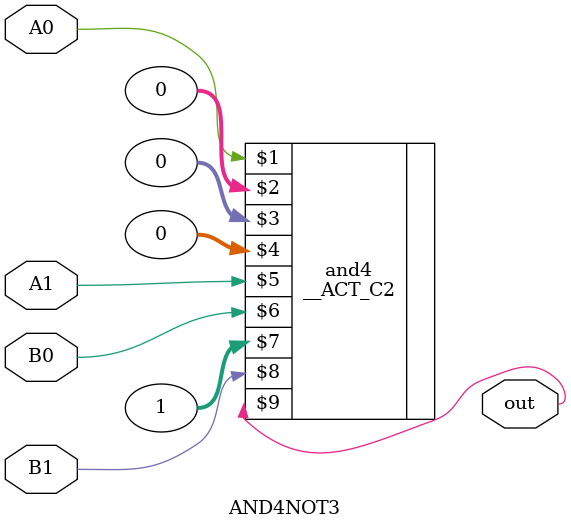
<source format=v>
module AND4NOT3 (
    input A0, A1, B0, B1, // A0 & ~A1 & ~B0, ~B1

    output out
);

    __ACT_C2 and4(A0, 0, 0, 0, A1, B0, 1, B1, out); 

endmodule
</source>
